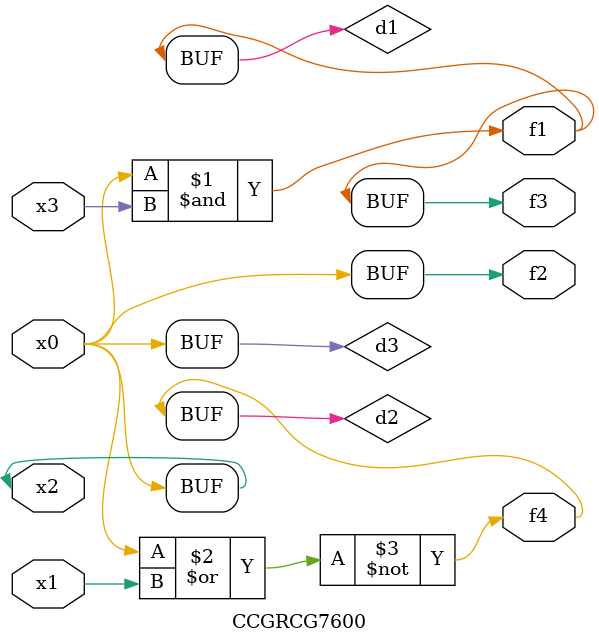
<source format=v>
module CCGRCG7600(
	input x0, x1, x2, x3,
	output f1, f2, f3, f4
);

	wire d1, d2, d3;

	and (d1, x2, x3);
	nor (d2, x0, x1);
	buf (d3, x0, x2);
	assign f1 = d1;
	assign f2 = d3;
	assign f3 = d1;
	assign f4 = d2;
endmodule

</source>
